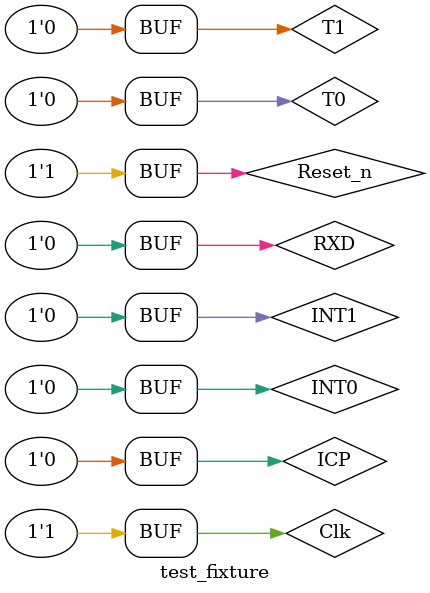
<source format=v>
`timescale 1ns / 100ps


module test_fixture;

	// Inputs
	reg Clk;
	reg Reset_n;
	reg INT0;
	reg INT1;
	reg T0;
	reg T1;
	reg ICP;
	reg RXD;
 
	// Outputs
	wire TXD;
	wire OC;

	// Bidirs
	wire [7:0] Port_B;
	wire [7:0] Port_D;

	// Instantiate the Unit Under Test (UUT)
	A90S2313 uut (
		.Clk(Clk), 
		.Reset_n(Reset_n), 
		.INT0(INT0), 
		.INT1(INT1), 
		.T0(T0), 
		.T1(T1), 
		.ICP(ICP), 
		.RXD(RXD), 
		.TXD(TXD), 
		.OC(OC), 
		.Port_B(Port_B), 
		.Port_D(Port_D)
	);
always begin
		#10		Clk = 0;
		#10		Clk = 1;
	end
	
	initial begin
		// Initialize Inputs
		Clk = 0;
      Reset_n=0;
		INT0 = 0;
		INT1 = 0;
		T0 = 0;
		T1 = 0;
		ICP = 0;
		RXD = 0;

		#100 Reset_n = 1;
     end

      
endmodule


</source>
